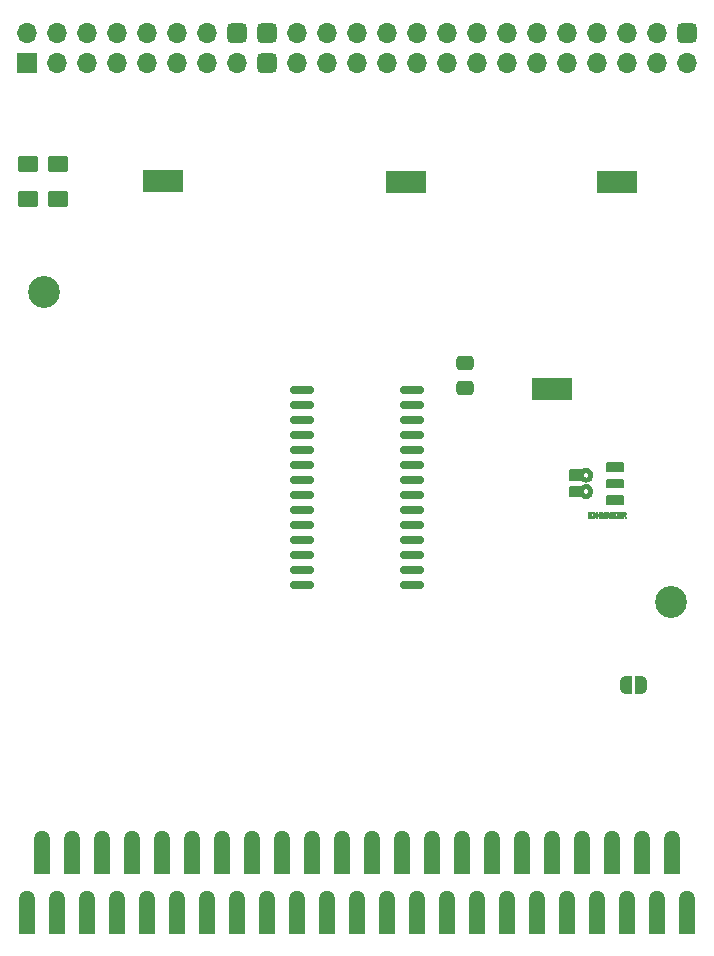
<source format=gbr>
%TF.GenerationSoftware,KiCad,Pcbnew,(6.0.9)*%
%TF.CreationDate,2022-12-02T14:08:30-06:00*%
%TF.ProjectId,Game Gear Breakout,47616d65-2047-4656-9172-20427265616b,rev?*%
%TF.SameCoordinates,Original*%
%TF.FileFunction,Soldermask,Top*%
%TF.FilePolarity,Negative*%
%FSLAX46Y46*%
G04 Gerber Fmt 4.6, Leading zero omitted, Abs format (unit mm)*
G04 Created by KiCad (PCBNEW (6.0.9)) date 2022-12-02 14:08:30*
%MOMM*%
%LPD*%
G01*
G04 APERTURE LIST*
G04 Aperture macros list*
%AMRoundRect*
0 Rectangle with rounded corners*
0 $1 Rounding radius*
0 $2 $3 $4 $5 $6 $7 $8 $9 X,Y pos of 4 corners*
0 Add a 4 corners polygon primitive as box body*
4,1,4,$2,$3,$4,$5,$6,$7,$8,$9,$2,$3,0*
0 Add four circle primitives for the rounded corners*
1,1,$1+$1,$2,$3*
1,1,$1+$1,$4,$5*
1,1,$1+$1,$6,$7*
1,1,$1+$1,$8,$9*
0 Add four rect primitives between the rounded corners*
20,1,$1+$1,$2,$3,$4,$5,0*
20,1,$1+$1,$4,$5,$6,$7,0*
20,1,$1+$1,$6,$7,$8,$9,0*
20,1,$1+$1,$8,$9,$2,$3,0*%
%AMFreePoly0*
4,1,22,0.500000,-0.750000,0.000000,-0.750000,0.000000,-0.745033,-0.079941,-0.743568,-0.215256,-0.701293,-0.333266,-0.622738,-0.424486,-0.514219,-0.481581,-0.384460,-0.499164,-0.250000,-0.500000,-0.250000,-0.500000,0.250000,-0.499164,0.250000,-0.499963,0.256109,-0.478152,0.396186,-0.417904,0.524511,-0.324060,0.630769,-0.204165,0.706417,-0.067858,0.745374,0.000000,0.744959,0.000000,0.750000,
0.500000,0.750000,0.500000,-0.750000,0.500000,-0.750000,$1*%
%AMFreePoly1*
4,1,20,0.000000,0.744959,0.073905,0.744508,0.209726,0.703889,0.328688,0.626782,0.421226,0.519385,0.479903,0.390333,0.500000,0.250000,0.500000,-0.250000,0.499851,-0.262216,0.476331,-0.402017,0.414519,-0.529596,0.319384,-0.634700,0.198574,-0.708877,0.061801,-0.746166,0.000000,-0.745033,0.000000,-0.750000,-0.500000,-0.750000,-0.500000,0.750000,0.000000,0.750000,0.000000,0.744959,
0.000000,0.744959,$1*%
%AMFreePoly2*
4,1,20,0.080840,2.139914,0.231147,2.102159,0.368110,2.029641,0.483822,1.926546,0.571601,1.798826,0.626382,1.653854,0.645000,1.500000,0.650000,1.500000,0.650000,-1.500000,-0.650000,-1.500000,-0.650000,1.500000,-0.644219,1.500000,-0.644965,1.506754,-0.624736,1.660405,-0.568441,1.804795,-0.479328,1.931589,-0.362544,2.033467,-0.224829,2.104547,-0.074134,2.140725,0.080840,2.139914,
0.080840,2.139914,$1*%
G04 Aperture macros list end*
%ADD10C,0.134262*%
%ADD11C,0.095901*%
%ADD12R,3.450000X1.850000*%
%ADD13C,2.700000*%
%ADD14R,1.700000X1.700000*%
%ADD15O,1.700000X1.700000*%
%ADD16RoundRect,0.425000X0.425000X-0.425000X0.425000X0.425000X-0.425000X0.425000X-0.425000X-0.425000X0*%
%ADD17RoundRect,0.250001X0.624999X-0.462499X0.624999X0.462499X-0.624999X0.462499X-0.624999X-0.462499X0*%
%ADD18RoundRect,0.150000X-0.875000X-0.150000X0.875000X-0.150000X0.875000X0.150000X-0.875000X0.150000X0*%
%ADD19FreePoly0,0.000000*%
%ADD20FreePoly1,0.000000*%
%ADD21RoundRect,0.250000X0.475000X-0.337500X0.475000X0.337500X-0.475000X0.337500X-0.475000X-0.337500X0*%
%ADD22FreePoly2,0.000000*%
G04 APERTURE END LIST*
%TO.C,svg2mod*%
G36*
X185199999Y-95393281D02*
G01*
X183882499Y-95393281D01*
X183882499Y-94781640D01*
X185199999Y-94781640D01*
X185199999Y-95393281D01*
G37*
D10*
X185199999Y-95393281D02*
X183882499Y-95393281D01*
X183882499Y-94781640D01*
X185199999Y-94781640D01*
X185199999Y-95393281D01*
G36*
X182562499Y-97577159D02*
G01*
X182332499Y-97577159D01*
X182332499Y-97678884D01*
X182513749Y-97678884D01*
X182513749Y-97772884D01*
X182332499Y-97772884D01*
X182332499Y-97881047D01*
X182562499Y-97881047D01*
X182562499Y-97980198D01*
X182217499Y-97980198D01*
X182217499Y-97481872D01*
X182562499Y-97481872D01*
X182562499Y-97577159D01*
G37*
D11*
X182562499Y-97577159D02*
X182332499Y-97577159D01*
X182332499Y-97678884D01*
X182513749Y-97678884D01*
X182513749Y-97772884D01*
X182332499Y-97772884D01*
X182332499Y-97881047D01*
X182562499Y-97881047D01*
X182562499Y-97980198D01*
X182217499Y-97980198D01*
X182217499Y-97481872D01*
X182562499Y-97481872D01*
X182562499Y-97577159D01*
G36*
X183678749Y-97981485D02*
G01*
X183566249Y-97981485D01*
X183566249Y-97483159D01*
X183678749Y-97483159D01*
X183678749Y-97981485D01*
G37*
X183678749Y-97981485D02*
X183566249Y-97981485D01*
X183566249Y-97483159D01*
X183678749Y-97483159D01*
X183678749Y-97981485D01*
G36*
X182340786Y-95304384D02*
G01*
X182448280Y-95389900D01*
X182531295Y-95500634D01*
X182584796Y-95631397D01*
X182603749Y-95777004D01*
X182584796Y-95922612D01*
X182531295Y-96053375D01*
X182448280Y-96164109D01*
X182340786Y-96249625D01*
X182213847Y-96304738D01*
X182072499Y-96324262D01*
X181934119Y-96305710D01*
X181809629Y-96253106D01*
X181703749Y-96171030D01*
X180736249Y-96171030D01*
X180736249Y-95777004D01*
X181788749Y-95777004D01*
X181810936Y-95891325D01*
X181871561Y-95984640D01*
X181961718Y-96047535D01*
X182072499Y-96070592D01*
X182183280Y-96047535D01*
X182273436Y-95984640D01*
X182334061Y-95891325D01*
X182356249Y-95777004D01*
X182334061Y-95663429D01*
X182273436Y-95570495D01*
X182183280Y-95507742D01*
X182072499Y-95484705D01*
X181962245Y-95507561D01*
X181872030Y-95570012D01*
X181811112Y-95662885D01*
X181788749Y-95777004D01*
X180736249Y-95777004D01*
X180736249Y-95382979D01*
X181703749Y-95382979D01*
X181810184Y-95301475D01*
X181934397Y-95248585D01*
X182072499Y-95229747D01*
X182213847Y-95249271D01*
X182340786Y-95304384D01*
G37*
D10*
X182340786Y-95304384D02*
X182448280Y-95389900D01*
X182531295Y-95500634D01*
X182584796Y-95631397D01*
X182603749Y-95777004D01*
X182584796Y-95922612D01*
X182531295Y-96053375D01*
X182448280Y-96164109D01*
X182340786Y-96249625D01*
X182213847Y-96304738D01*
X182072499Y-96324262D01*
X181934119Y-96305710D01*
X181809629Y-96253106D01*
X181703749Y-96171030D01*
X180736249Y-96171030D01*
X180736249Y-95777004D01*
X181788749Y-95777004D01*
X181810936Y-95891325D01*
X181871561Y-95984640D01*
X181961718Y-96047535D01*
X182072499Y-96070592D01*
X182183280Y-96047535D01*
X182273436Y-95984640D01*
X182334061Y-95891325D01*
X182356249Y-95777004D01*
X182334061Y-95663429D01*
X182273436Y-95570495D01*
X182183280Y-95507742D01*
X182072499Y-95484705D01*
X181962245Y-95507561D01*
X181872030Y-95570012D01*
X181811112Y-95662885D01*
X181788749Y-95777004D01*
X180736249Y-95777004D01*
X180736249Y-95382979D01*
X181703749Y-95382979D01*
X181810184Y-95301475D01*
X181934397Y-95248585D01*
X182072499Y-95229747D01*
X182213847Y-95249271D01*
X182340786Y-95304384D01*
G36*
X185004999Y-97577159D02*
G01*
X184774999Y-97577159D01*
X184774999Y-97678884D01*
X184954999Y-97678884D01*
X184954999Y-97772884D01*
X184773749Y-97772884D01*
X184773749Y-97881047D01*
X185004999Y-97881047D01*
X185004999Y-97980198D01*
X184659999Y-97980198D01*
X184659999Y-97481872D01*
X185004999Y-97481872D01*
X185004999Y-97577159D01*
G37*
D11*
X185004999Y-97577159D02*
X184774999Y-97577159D01*
X184774999Y-97678884D01*
X184954999Y-97678884D01*
X184954999Y-97772884D01*
X184773749Y-97772884D01*
X184773749Y-97881047D01*
X185004999Y-97881047D01*
X185004999Y-97980198D01*
X184659999Y-97980198D01*
X184659999Y-97481872D01*
X185004999Y-97481872D01*
X185004999Y-97577159D01*
G36*
X185199999Y-96796834D02*
G01*
X183882499Y-96796834D01*
X183882499Y-96185194D01*
X185199999Y-96185194D01*
X185199999Y-96796834D01*
G37*
D10*
X185199999Y-96796834D02*
X183882499Y-96796834D01*
X183882499Y-96185194D01*
X185199999Y-96185194D01*
X185199999Y-96796834D01*
G36*
X185199999Y-93993590D02*
G01*
X183882499Y-93993590D01*
X183882499Y-93381949D01*
X185199999Y-93381949D01*
X185199999Y-93993590D01*
G37*
X185199999Y-93993590D02*
X183882499Y-93993590D01*
X183882499Y-93381949D01*
X185199999Y-93381949D01*
X185199999Y-93993590D01*
G36*
X182918736Y-97776747D02*
G01*
X182916236Y-97743267D01*
X182916236Y-97483159D01*
X183002499Y-97483159D01*
X183002499Y-97981485D01*
X182906249Y-97981485D01*
X182717499Y-97644117D01*
X182718742Y-97660857D01*
X182719986Y-97682747D01*
X182719986Y-97981485D01*
X182631236Y-97981485D01*
X182631236Y-97483159D01*
X182753736Y-97483159D01*
X182918736Y-97776747D01*
G37*
D11*
X182918736Y-97776747D02*
X182916236Y-97743267D01*
X182916236Y-97483159D01*
X183002499Y-97483159D01*
X183002499Y-97981485D01*
X182906249Y-97981485D01*
X182717499Y-97644117D01*
X182718742Y-97660857D01*
X182719986Y-97682747D01*
X182719986Y-97981485D01*
X182631236Y-97981485D01*
X182631236Y-97483159D01*
X182753736Y-97483159D01*
X182918736Y-97776747D01*
G36*
X183416249Y-97520501D02*
G01*
X183476249Y-97645405D01*
X183368749Y-97659569D01*
X183284999Y-97569433D01*
X183214999Y-97611926D01*
X183191249Y-97734254D01*
X183216249Y-97851431D01*
X183288749Y-97891349D01*
X183342499Y-97870746D01*
X183366249Y-97805075D01*
X183274999Y-97805075D01*
X183274999Y-97712363D01*
X183477499Y-97712363D01*
X183477499Y-97981485D01*
X183426249Y-97981485D01*
X183409999Y-97923540D01*
X183277499Y-97987924D01*
X183193436Y-97970540D01*
X183129999Y-97918390D01*
X183090624Y-97838394D01*
X183077499Y-97738117D01*
X183091561Y-97630597D01*
X183133749Y-97546255D01*
X183200155Y-97492334D01*
X183286249Y-97474146D01*
X183416249Y-97520501D01*
G37*
X183416249Y-97520501D02*
X183476249Y-97645405D01*
X183368749Y-97659569D01*
X183284999Y-97569433D01*
X183214999Y-97611926D01*
X183191249Y-97734254D01*
X183216249Y-97851431D01*
X183288749Y-97891349D01*
X183342499Y-97870746D01*
X183366249Y-97805075D01*
X183274999Y-97805075D01*
X183274999Y-97712363D01*
X183477499Y-97712363D01*
X183477499Y-97981485D01*
X183426249Y-97981485D01*
X183409999Y-97923540D01*
X183277499Y-97987924D01*
X183193436Y-97970540D01*
X183129999Y-97918390D01*
X183090624Y-97838394D01*
X183077499Y-97738117D01*
X183091561Y-97630597D01*
X183133749Y-97546255D01*
X183200155Y-97492334D01*
X183286249Y-97474146D01*
X183416249Y-97520501D01*
G36*
X182340786Y-93907268D02*
G01*
X182448280Y-93992785D01*
X182531295Y-94103518D01*
X182584796Y-94234282D01*
X182603749Y-94379889D01*
X182584796Y-94525496D01*
X182531295Y-94656260D01*
X182448280Y-94766993D01*
X182340786Y-94852509D01*
X182213847Y-94907623D01*
X182072499Y-94927146D01*
X181934119Y-94908594D01*
X181809629Y-94855991D01*
X181703749Y-94773914D01*
X180736249Y-94773914D01*
X180736249Y-94379889D01*
X181788749Y-94379889D01*
X181810936Y-94493465D01*
X181871561Y-94586398D01*
X181961718Y-94649152D01*
X182072499Y-94672189D01*
X182183280Y-94649152D01*
X182273436Y-94586398D01*
X182334061Y-94493465D01*
X182356249Y-94379889D01*
X182334061Y-94265568D01*
X182273436Y-94172253D01*
X182183280Y-94109359D01*
X182072499Y-94086301D01*
X181962245Y-94109359D01*
X181872030Y-94172253D01*
X181811112Y-94265568D01*
X181788749Y-94379889D01*
X180736249Y-94379889D01*
X180736249Y-93985864D01*
X181703749Y-93985864D01*
X181810184Y-93904359D01*
X181934397Y-93851470D01*
X182072499Y-93832632D01*
X182213847Y-93852155D01*
X182340786Y-93907268D01*
G37*
D10*
X182340786Y-93907268D02*
X182448280Y-93992785D01*
X182531295Y-94103518D01*
X182584796Y-94234282D01*
X182603749Y-94379889D01*
X182584796Y-94525496D01*
X182531295Y-94656260D01*
X182448280Y-94766993D01*
X182340786Y-94852509D01*
X182213847Y-94907623D01*
X182072499Y-94927146D01*
X181934119Y-94908594D01*
X181809629Y-94855991D01*
X181703749Y-94773914D01*
X180736249Y-94773914D01*
X180736249Y-94379889D01*
X181788749Y-94379889D01*
X181810936Y-94493465D01*
X181871561Y-94586398D01*
X181961718Y-94649152D01*
X182072499Y-94672189D01*
X182183280Y-94649152D01*
X182273436Y-94586398D01*
X182334061Y-94493465D01*
X182356249Y-94379889D01*
X182334061Y-94265568D01*
X182273436Y-94172253D01*
X182183280Y-94109359D01*
X182072499Y-94086301D01*
X181962245Y-94109359D01*
X181872030Y-94172253D01*
X181811112Y-94265568D01*
X181788749Y-94379889D01*
X180736249Y-94379889D01*
X180736249Y-93985864D01*
X181703749Y-93985864D01*
X181810184Y-93904359D01*
X181934397Y-93851470D01*
X182072499Y-93832632D01*
X182213847Y-93852155D01*
X182340786Y-93907268D01*
G36*
X185072499Y-97980198D02*
G01*
X185072499Y-97572008D01*
X185186249Y-97572008D01*
X185186249Y-97699487D01*
X185256249Y-97699487D01*
X185306249Y-97694337D01*
X185333749Y-97672446D01*
X185346249Y-97633816D01*
X185333749Y-97596474D01*
X185307499Y-97575872D01*
X185253749Y-97572009D01*
X185186249Y-97572008D01*
X185072499Y-97572008D01*
X185072499Y-97481872D01*
X185284999Y-97481872D01*
X185379999Y-97496036D01*
X185438749Y-97547542D01*
X185462499Y-97631241D01*
X185441718Y-97708179D01*
X185378749Y-97760007D01*
X185467499Y-97980198D01*
X185342499Y-97980198D01*
X185268749Y-97783185D01*
X185186249Y-97783185D01*
X185186249Y-97980198D01*
X185072499Y-97980198D01*
G37*
D11*
X185072499Y-97980198D02*
X185072499Y-97572008D01*
X185186249Y-97572008D01*
X185186249Y-97699487D01*
X185256249Y-97699487D01*
X185306249Y-97694337D01*
X185333749Y-97672446D01*
X185346249Y-97633816D01*
X185333749Y-97596474D01*
X185307499Y-97575872D01*
X185253749Y-97572009D01*
X185186249Y-97572008D01*
X185072499Y-97572008D01*
X185072499Y-97481872D01*
X185284999Y-97481872D01*
X185379999Y-97496036D01*
X185438749Y-97547542D01*
X185462499Y-97631241D01*
X185441718Y-97708179D01*
X185378749Y-97760007D01*
X185467499Y-97980198D01*
X185342499Y-97980198D01*
X185268749Y-97783185D01*
X185186249Y-97783185D01*
X185186249Y-97980198D01*
X185072499Y-97980198D01*
G36*
X184591249Y-97577159D02*
G01*
X184361249Y-97577159D01*
X184361249Y-97678884D01*
X184542499Y-97678884D01*
X184542499Y-97772884D01*
X184361249Y-97772884D01*
X184361249Y-97881047D01*
X184591249Y-97881047D01*
X184591249Y-97980198D01*
X184246249Y-97980198D01*
X184246249Y-97481872D01*
X184591249Y-97481872D01*
X184591249Y-97577159D01*
G37*
X184591249Y-97577159D02*
X184361249Y-97577159D01*
X184361249Y-97678884D01*
X184542499Y-97678884D01*
X184542499Y-97772884D01*
X184361249Y-97772884D01*
X184361249Y-97881047D01*
X184591249Y-97881047D01*
X184591249Y-97980198D01*
X184246249Y-97980198D01*
X184246249Y-97481872D01*
X184591249Y-97481872D01*
X184591249Y-97577159D01*
G36*
X184148749Y-97981485D02*
G01*
X184052499Y-97981485D01*
X183863749Y-97645405D01*
X183864992Y-97662145D01*
X183866236Y-97684035D01*
X183866236Y-97982773D01*
X183777486Y-97982773D01*
X183777486Y-97484447D01*
X183899986Y-97484447D01*
X184064986Y-97778034D01*
X184062486Y-97744555D01*
X184062486Y-97484447D01*
X184148736Y-97484447D01*
X184148749Y-97483159D01*
X184148749Y-97981485D01*
G37*
X184148749Y-97981485D02*
X184052499Y-97981485D01*
X183863749Y-97645405D01*
X183864992Y-97662145D01*
X183866236Y-97684035D01*
X183866236Y-97982773D01*
X183777486Y-97982773D01*
X183777486Y-97484447D01*
X183899986Y-97484447D01*
X184064986Y-97778034D01*
X184062486Y-97744555D01*
X184062486Y-97484447D01*
X184148736Y-97484447D01*
X184148749Y-97483159D01*
X184148749Y-97981485D01*
%TD*%
D12*
%TO.C,TP3*%
X146227800Y-69494400D03*
%TD*%
%TO.C,TP4*%
X179222899Y-87097099D03*
%TD*%
D13*
%TO.C,PEG1*%
X136177699Y-78846899D03*
%TD*%
D14*
%TO.C,J2*%
X134742699Y-59451899D03*
D15*
X134742699Y-56911899D03*
X137282699Y-59451899D03*
X137282699Y-56911899D03*
X139822699Y-59451899D03*
X139822699Y-56911899D03*
X142362699Y-59451899D03*
X142362699Y-56911899D03*
X144902699Y-59451899D03*
X144902699Y-56911899D03*
X147442699Y-59451899D03*
X147442699Y-56911899D03*
X149982699Y-59451899D03*
X149982699Y-56911899D03*
X152522699Y-59451899D03*
D16*
X152522699Y-56911899D03*
X155062699Y-59451899D03*
X155062699Y-56911899D03*
D15*
X157602699Y-59451899D03*
X157602699Y-56911899D03*
X160142699Y-59451899D03*
X160142699Y-56911899D03*
X162682699Y-59451899D03*
X162682699Y-56911899D03*
X165222699Y-59451899D03*
X165222699Y-56911899D03*
X167762699Y-59451899D03*
X167762699Y-56911899D03*
X170302699Y-59451899D03*
X170302699Y-56911899D03*
X172842699Y-59451899D03*
X172842699Y-56911899D03*
X175382699Y-59451899D03*
X175382699Y-56911899D03*
X177922699Y-59451899D03*
X177922699Y-56911899D03*
X180462699Y-59451899D03*
X180462699Y-56911899D03*
X183002699Y-59451899D03*
X183002699Y-56911899D03*
X185542699Y-59451899D03*
X185542699Y-56911899D03*
X188082699Y-59451899D03*
X188082699Y-56911899D03*
X190622699Y-59451899D03*
D16*
X190622699Y-56911899D03*
%TD*%
D12*
%TO.C,TP1*%
X166801800Y-69596000D03*
%TD*%
D17*
%TO.C,D1*%
X137323699Y-70982399D03*
X137323699Y-68007399D03*
%TD*%
%TO.C,D2*%
X134823699Y-70982399D03*
X134823699Y-68007399D03*
%TD*%
D18*
%TO.C,J3*%
X158017699Y-87131899D03*
X158017699Y-88401899D03*
X158017699Y-89671899D03*
X158017699Y-90941899D03*
X158017699Y-92211899D03*
X158017699Y-93481899D03*
X158017699Y-94751899D03*
X158017699Y-96021899D03*
X158017699Y-97291899D03*
X158017699Y-98561899D03*
X158017699Y-99831899D03*
X158017699Y-101101899D03*
X158017699Y-102371899D03*
X158017699Y-103641899D03*
X167317699Y-103641899D03*
X167317699Y-102371899D03*
X167317699Y-101101899D03*
X167317699Y-99831899D03*
X167317699Y-98561899D03*
X167317699Y-97291899D03*
X167317699Y-96021899D03*
X167317699Y-94751899D03*
X167317699Y-93481899D03*
X167317699Y-92211899D03*
X167317699Y-90941899D03*
X167317699Y-89671899D03*
X167317699Y-88401899D03*
X167317699Y-87131899D03*
%TD*%
D19*
%TO.C,JP1*%
X185456299Y-112116099D03*
D20*
X186756299Y-112116099D03*
%TD*%
D21*
%TO.C,C1*%
X171857699Y-86984399D03*
X171857699Y-84909399D03*
%TD*%
D12*
%TO.C,TP2*%
X184683400Y-69596000D03*
%TD*%
D13*
%TO.C,PEG2*%
X189237699Y-105156899D03*
%TD*%
D22*
%TO.C,J1*%
X134735102Y-131666665D03*
X136005102Y-126586665D03*
X137275102Y-131666665D03*
X138545102Y-126586665D03*
X139815102Y-131666665D03*
X141085102Y-126586665D03*
X142355102Y-131666665D03*
X143625102Y-126586665D03*
X144895102Y-131666665D03*
X146165102Y-126586665D03*
X147435102Y-131666665D03*
X148705102Y-126586665D03*
X149975102Y-131666665D03*
X151245102Y-126586665D03*
X152515102Y-131666665D03*
X153785102Y-126586665D03*
X155055102Y-131666665D03*
X156325102Y-126586665D03*
X157595102Y-131666665D03*
X158865102Y-126586665D03*
X160135102Y-131666665D03*
X161405102Y-126586665D03*
X162675102Y-131666665D03*
X163945102Y-126586665D03*
X165215102Y-131666665D03*
X166485102Y-126586665D03*
X167755102Y-131666665D03*
X169025102Y-126586665D03*
X170295102Y-131666665D03*
X171565102Y-126586665D03*
X172835102Y-131666665D03*
X174105102Y-126586665D03*
X175375102Y-131666665D03*
X176645102Y-126586665D03*
X177915102Y-131666665D03*
X179185102Y-126586665D03*
X180455102Y-131666665D03*
X181725102Y-126586665D03*
X182995102Y-131666665D03*
X184265102Y-126586665D03*
X185535102Y-131666665D03*
X186805102Y-126586665D03*
X188075102Y-131666665D03*
X189345102Y-126586665D03*
X190615102Y-131666665D03*
%TD*%
M02*

</source>
